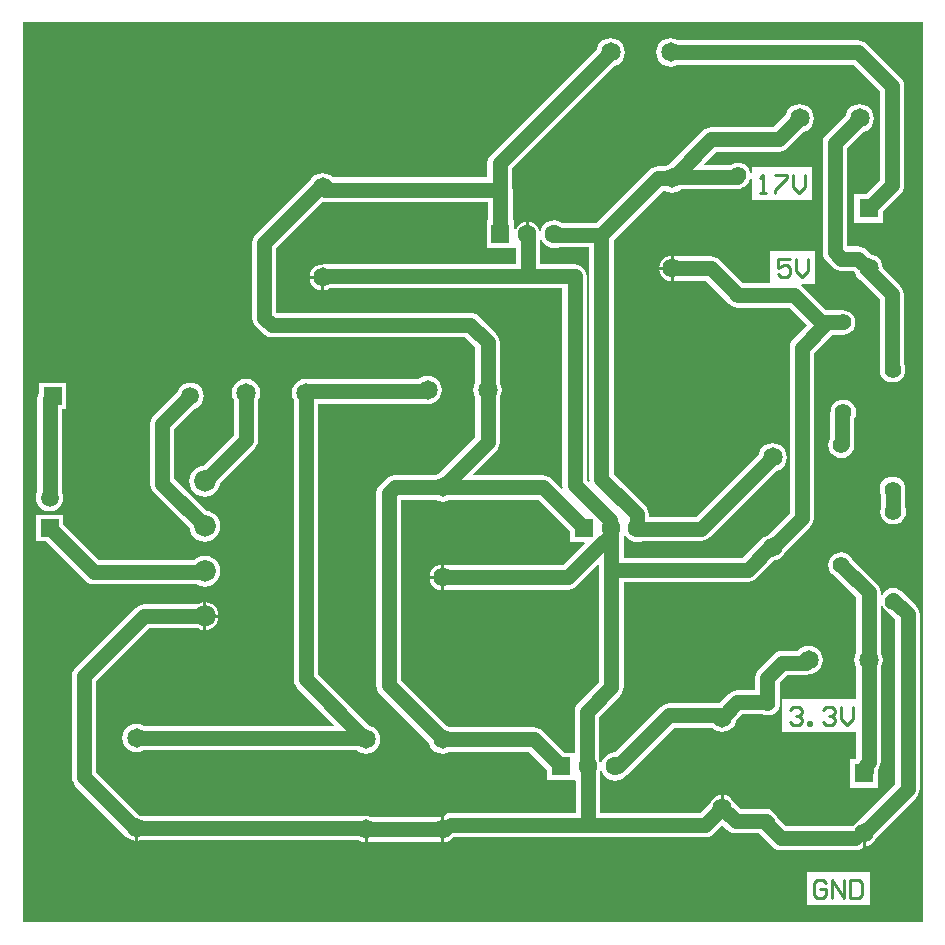
<source format=gbr>
%TF.GenerationSoftware,Altium Limited,Altium Designer,20.1.11 (218)*%
G04 Layer_Physical_Order=2*
G04 Layer_Color=16711680*
%FSLAX26Y26*%
%MOIN*%
%TF.SameCoordinates,1DCD3DB5-9A7A-439C-B071-390915EAFCA4*%
%TF.FilePolarity,Positive*%
%TF.FileFunction,Copper,L2,Bot,Signal*%
%TF.Part,Single*%
G01*
G75*
%TA.AperFunction,ViaPad*%
%ADD10C,0.060000*%
%TA.AperFunction,ComponentPad*%
%ADD11C,0.064961*%
%ADD12C,0.059055*%
%ADD13R,0.059055X0.059055*%
%ADD14R,0.059055X0.059055*%
%ADD15C,0.062992*%
%ADD16R,0.062992X0.062992*%
%ADD17R,0.064961X0.064961*%
%ADD18C,0.055118*%
%ADD19C,0.072047*%
%TA.AperFunction,Conductor*%
%ADD20C,0.010000*%
%ADD21C,0.050000*%
%TA.AperFunction,NonConductor*%
%ADD22C,0.010000*%
G36*
X3000000Y0D02*
X0D01*
Y3000000D01*
X3000000D01*
Y0D01*
D02*
G37*
%LPC*%
G36*
X1960000Y2947890D02*
X1947605Y2946258D01*
X1936055Y2941474D01*
X1926137Y2933863D01*
X1918526Y2923945D01*
X1913742Y2912395D01*
X1913500Y2910557D01*
X1561472Y2558528D01*
X1555060Y2550173D01*
X1551030Y2540442D01*
X1549655Y2530000D01*
X1549655Y2529999D01*
Y2483345D01*
X1034261D01*
X1033863Y2483863D01*
X1023945Y2491474D01*
X1012395Y2496258D01*
X1000000Y2497890D01*
X987605Y2496258D01*
X976055Y2491474D01*
X966137Y2483863D01*
X962861Y2479595D01*
X961472Y2478528D01*
X777472Y2294528D01*
X771060Y2286173D01*
X767029Y2276442D01*
X765655Y2266000D01*
X765655Y2265999D01*
Y2016001D01*
X765655Y2016000D01*
X767029Y2005558D01*
X771060Y1995827D01*
X777472Y1987472D01*
X801471Y1963472D01*
X801472Y1963472D01*
X809827Y1957060D01*
X819558Y1953030D01*
X830000Y1951655D01*
X1475288D01*
X1509655Y1917288D01*
Y1800416D01*
X1508526Y1798945D01*
X1503742Y1787395D01*
X1502110Y1775000D01*
X1503742Y1762605D01*
X1508526Y1751055D01*
X1509655Y1749584D01*
Y1616711D01*
X1389443Y1496500D01*
X1387605Y1496258D01*
X1376055Y1491474D01*
X1374584Y1490345D01*
X1240001D01*
X1240000Y1490345D01*
X1229558Y1488970D01*
X1219827Y1484940D01*
X1211472Y1478528D01*
X1211471Y1478528D01*
X1191472Y1458528D01*
X1185060Y1450173D01*
X1181030Y1440442D01*
X1179655Y1430000D01*
X1179655Y1429999D01*
Y790000D01*
X1179655Y789999D01*
X1181030Y779557D01*
X1185060Y769827D01*
X1191472Y761471D01*
X1353500Y599443D01*
X1353742Y597605D01*
X1358526Y586054D01*
X1366137Y576136D01*
X1376055Y568525D01*
X1387605Y563741D01*
X1400000Y562109D01*
X1412395Y563741D01*
X1423945Y568525D01*
X1425416Y569654D01*
X1688289D01*
X1748504Y509439D01*
Y473504D01*
X1841496D01*
X1844419Y469715D01*
Y364966D01*
X1429494D01*
X1419052Y363592D01*
X1409322Y359561D01*
X1405000Y356245D01*
Y309999D01*
Y267811D01*
X1411090Y268613D01*
X1421423Y272893D01*
X1430297Y279702D01*
X1433807Y284276D01*
X2273620D01*
X2273621Y284276D01*
X2284063Y285651D01*
X2293794Y289681D01*
X2302150Y296093D01*
X2332500Y326443D01*
X2349472Y309472D01*
X2357827Y303060D01*
X2367558Y299029D01*
X2378000Y297655D01*
X2455288D01*
X2500471Y252472D01*
X2500472Y252472D01*
X2508827Y246060D01*
X2518558Y242030D01*
X2529000Y240655D01*
X2774000D01*
X2784442Y242030D01*
X2794173Y246060D01*
X2800000Y250531D01*
Y297000D01*
X2810000D01*
Y254811D01*
X2816090Y255613D01*
X2826423Y259894D01*
X2835297Y266703D01*
X2842106Y275577D01*
X2845269Y283213D01*
X2978528Y416472D01*
X2984940Y424827D01*
X2988970Y434558D01*
X2990345Y445000D01*
X2990345Y445001D01*
Y1026999D01*
X2990345Y1027000D01*
X2988970Y1037442D01*
X2984940Y1047173D01*
X2978528Y1055528D01*
X2978528Y1055529D01*
X2930528Y1103528D01*
X2922173Y1109940D01*
X2912442Y1113970D01*
X2902000Y1115345D01*
X2891558Y1113970D01*
X2881827Y1109940D01*
X2873472Y1103528D01*
X2867060Y1095173D01*
X2865345Y1091033D01*
X2860345Y1092027D01*
Y1100000D01*
X2858970Y1110442D01*
X2854940Y1120173D01*
X2848528Y1128528D01*
X2848528Y1128529D01*
X2767294Y1209763D01*
X2766175Y1212463D01*
X2759353Y1221353D01*
X2750463Y1228175D01*
X2740110Y1232464D01*
X2729000Y1233926D01*
X2717890Y1232464D01*
X2707537Y1228175D01*
X2698647Y1221353D01*
X2691825Y1212463D01*
X2687537Y1202110D01*
X2686074Y1191000D01*
X2687537Y1179890D01*
X2691825Y1169537D01*
X2698647Y1160647D01*
X2707537Y1153825D01*
X2710237Y1152707D01*
X2779655Y1083289D01*
Y900416D01*
X2778526Y898945D01*
X2773742Y887395D01*
X2772110Y875000D01*
X2773742Y862605D01*
X2778526Y851055D01*
X2779655Y849584D01*
Y743981D01*
X2532000D01*
Y634000D01*
X2779655D01*
Y549178D01*
X2777540Y546423D01*
X2776736Y544480D01*
X2757520D01*
Y449520D01*
X2852480D01*
Y501858D01*
X2852825Y504480D01*
Y510841D01*
X2854940Y513597D01*
X2858970Y523328D01*
X2860345Y533770D01*
X2860345Y533770D01*
Y849584D01*
X2861474Y851055D01*
X2866258Y862605D01*
X2867890Y875000D01*
X2866258Y887395D01*
X2861474Y898945D01*
X2860345Y900416D01*
Y1057973D01*
X2865345Y1058967D01*
X2867060Y1054827D01*
X2868186Y1053360D01*
X2869192Y1050930D01*
X2875213Y1043085D01*
X2882287Y1037656D01*
X2909655Y1010288D01*
Y461712D01*
X2781472Y333528D01*
X2779536Y331006D01*
X2774703Y327297D01*
X2770135Y321345D01*
X2545711D01*
X2516297Y350759D01*
X2515808Y351942D01*
X2515185Y352754D01*
X2512940Y358173D01*
X2506528Y366528D01*
X2498173Y372940D01*
X2488442Y376971D01*
X2478000Y378345D01*
X2394712D01*
X2369441Y403616D01*
X2369106Y404423D01*
X2362297Y413297D01*
X2353423Y420106D01*
X2343090Y424387D01*
X2337000Y425189D01*
Y383000D01*
X2327000D01*
Y425189D01*
X2320910Y424387D01*
X2310577Y420106D01*
X2301703Y413297D01*
X2294894Y404423D01*
X2293852Y401909D01*
X2256910Y364966D01*
X1925109D01*
Y504742D01*
X1930109Y505736D01*
X1933914Y496551D01*
X1941367Y486839D01*
X1951079Y479386D01*
X1962390Y474701D01*
X1974528Y473103D01*
X1986666Y474701D01*
X1997977Y479386D01*
X2004431Y484339D01*
X2006173Y485060D01*
X2014528Y491472D01*
X2172712Y649655D01*
X2297739D01*
X2298137Y649137D01*
X2308055Y641526D01*
X2319605Y636742D01*
X2332000Y635110D01*
X2344395Y636742D01*
X2355945Y641526D01*
X2365863Y649137D01*
X2373474Y659055D01*
X2378258Y670605D01*
X2378500Y672443D01*
X2399712Y693655D01*
X2466776D01*
X2471890Y691537D01*
X2483000Y690074D01*
X2494110Y691537D01*
X2504463Y695825D01*
X2513353Y702647D01*
X2520175Y711537D01*
X2524463Y721890D01*
X2525926Y733000D01*
X2524463Y744110D01*
X2523345Y746810D01*
Y799288D01*
X2549711Y825655D01*
X2611000D01*
X2621442Y827029D01*
X2622399Y827426D01*
X2632395Y828742D01*
X2643945Y833526D01*
X2653863Y841137D01*
X2661474Y851055D01*
X2666258Y862605D01*
X2667890Y875000D01*
X2666258Y887395D01*
X2661474Y898945D01*
X2653863Y908863D01*
X2643945Y916474D01*
X2632395Y921258D01*
X2620000Y922890D01*
X2607605Y921258D01*
X2596055Y916474D01*
X2586137Y908863D01*
X2584204Y906345D01*
X2533001D01*
X2533000Y906345D01*
X2522558Y904971D01*
X2512827Y900940D01*
X2504472Y894528D01*
X2504471Y894528D01*
X2454472Y844528D01*
X2448060Y836173D01*
X2444030Y826442D01*
X2442655Y816000D01*
X2442655Y815999D01*
Y774345D01*
X2383001D01*
X2383000Y774345D01*
X2372558Y772971D01*
X2362827Y768940D01*
X2354472Y762528D01*
X2322288Y730345D01*
X2156000D01*
X2145558Y728971D01*
X2135827Y724940D01*
X2127472Y718528D01*
X1975688Y566745D01*
X1974528Y566897D01*
X1962390Y565299D01*
X1951079Y560614D01*
X1941367Y553161D01*
X1933914Y543449D01*
X1929646Y533145D01*
X1926453Y532571D01*
X1924335Y532901D01*
X1921345Y540120D01*
Y686288D01*
X1991528Y756472D01*
X1997940Y764827D01*
X2001970Y774558D01*
X2003345Y785000D01*
Y1135655D01*
X2416999D01*
X2417000Y1135655D01*
X2427442Y1137030D01*
X2437173Y1141060D01*
X2445528Y1147472D01*
X2506000Y1207943D01*
X2511090Y1208613D01*
X2521423Y1212893D01*
X2530297Y1219703D01*
X2537106Y1228577D01*
X2538148Y1231091D01*
X2625528Y1318472D01*
X2631940Y1326827D01*
X2635970Y1336558D01*
X2637345Y1347000D01*
Y1899288D01*
X2697712Y1959655D01*
X2736000D01*
X2746442Y1961030D01*
X2756173Y1965060D01*
X2764528Y1971472D01*
X2770940Y1979827D01*
X2774970Y1989558D01*
X2776345Y2000000D01*
X2774970Y2010442D01*
X2770940Y2020173D01*
X2764528Y2028528D01*
X2756173Y2034940D01*
X2746442Y2038970D01*
X2736000Y2040345D01*
X2681000D01*
X2679861Y2040195D01*
X2601528Y2118528D01*
X2595701Y2123000D01*
X2597398Y2128000D01*
X2641968D01*
Y2237981D01*
X2492000D01*
Y2130345D01*
X2401711D01*
X2323528Y2208528D01*
X2315173Y2214940D01*
X2305442Y2218970D01*
X2295000Y2220345D01*
X2294999Y2220345D01*
X2178604D01*
X2176090Y2221387D01*
X2170000Y2222189D01*
Y2180000D01*
Y2137811D01*
X2176090Y2138613D01*
X2178604Y2139655D01*
X2278288D01*
X2356471Y2061472D01*
X2356472Y2061472D01*
X2364827Y2055060D01*
X2374558Y2051030D01*
X2385000Y2049655D01*
X2556288D01*
X2614943Y1991000D01*
X2568472Y1944528D01*
X2562060Y1936173D01*
X2558030Y1926442D01*
X2556655Y1916000D01*
X2556655Y1915999D01*
Y1363712D01*
X2482119Y1289176D01*
X2480558Y1288970D01*
X2470827Y1284940D01*
X2462472Y1278528D01*
X2400288Y1216345D01*
X2003345D01*
Y1292499D01*
X2008345Y1293494D01*
X2009150Y1291552D01*
X2016602Y1281839D01*
X2026315Y1274386D01*
X2037626Y1269701D01*
X2049764Y1268103D01*
X2061902Y1269701D01*
X2067860Y1272169D01*
X2262513D01*
X2262514Y1272169D01*
X2272956Y1273544D01*
X2282687Y1277574D01*
X2291043Y1283986D01*
X2510557Y1503500D01*
X2512395Y1503742D01*
X2523945Y1508526D01*
X2533863Y1516137D01*
X2541474Y1526055D01*
X2546258Y1537605D01*
X2547890Y1550000D01*
X2546258Y1562395D01*
X2541474Y1573945D01*
X2533863Y1583863D01*
X2523945Y1591474D01*
X2512395Y1596258D01*
X2500000Y1597890D01*
X2487605Y1596258D01*
X2476055Y1591474D01*
X2466137Y1583863D01*
X2458526Y1573945D01*
X2453742Y1562395D01*
X2453500Y1560556D01*
X2245803Y1352859D01*
X2087623D01*
Y1362181D01*
X2086248Y1372623D01*
X2082218Y1382353D01*
X2075806Y1390709D01*
X1970110Y1496406D01*
Y2275288D01*
X2134476Y2439655D01*
X2139584D01*
X2141055Y2438526D01*
X2152605Y2433742D01*
X2165000Y2432110D01*
X2177395Y2433742D01*
X2188945Y2438526D01*
X2196932Y2444655D01*
X2380000D01*
X2390442Y2446030D01*
X2400173Y2450060D01*
X2400624Y2450406D01*
X2406463Y2452825D01*
X2415353Y2459647D01*
X2422175Y2468537D01*
X2426463Y2478890D01*
X2427000Y2482965D01*
X2432000Y2482637D01*
Y2408000D01*
X2631952D01*
Y2517981D01*
X2432000D01*
Y2497363D01*
X2427000Y2497035D01*
X2426463Y2501110D01*
X2422175Y2511463D01*
X2415353Y2520353D01*
X2406463Y2527175D01*
X2396110Y2531463D01*
X2385000Y2532926D01*
X2373890Y2531463D01*
X2363537Y2527175D01*
X2361152Y2525345D01*
X2273935D01*
X2272021Y2529965D01*
X2311712Y2569655D01*
X2519999D01*
X2520000Y2569655D01*
X2530442Y2571030D01*
X2540173Y2575060D01*
X2548528Y2581472D01*
X2600557Y2633500D01*
X2602395Y2633742D01*
X2613945Y2638526D01*
X2623863Y2646137D01*
X2631474Y2656055D01*
X2636258Y2667605D01*
X2637890Y2680000D01*
X2636258Y2692395D01*
X2631474Y2703945D01*
X2623863Y2713863D01*
X2613945Y2721474D01*
X2602395Y2726258D01*
X2590000Y2727890D01*
X2577605Y2726258D01*
X2566055Y2721474D01*
X2556137Y2713863D01*
X2548526Y2703945D01*
X2543742Y2692395D01*
X2543500Y2690557D01*
X2503288Y2650345D01*
X2295001D01*
X2295000Y2650345D01*
X2284558Y2648970D01*
X2274827Y2644940D01*
X2266472Y2638528D01*
X2154443Y2526500D01*
X2152605Y2526258D01*
X2141055Y2521474D01*
X2139584Y2520345D01*
X2117765D01*
X2107322Y2518970D01*
X2097592Y2514940D01*
X2089236Y2508528D01*
X2089236Y2508528D01*
X1913053Y2332345D01*
X1799171D01*
X1796214Y2334615D01*
X1784903Y2339300D01*
X1772765Y2340898D01*
X1760627Y2339300D01*
X1749316Y2334615D01*
X1739604Y2327162D01*
X1732151Y2317449D01*
X1727883Y2307146D01*
X1724690Y2306571D01*
X1722572Y2306901D01*
X1719248Y2314927D01*
X1712596Y2323596D01*
X1703928Y2330247D01*
X1693833Y2334428D01*
X1688001Y2335196D01*
Y2294000D01*
X1678001D01*
Y2335196D01*
X1672168Y2334428D01*
X1662074Y2330247D01*
X1653406Y2323596D01*
X1646754Y2314927D01*
X1644733Y2310048D01*
X1639733Y2311042D01*
Y2340496D01*
X1633582D01*
Y2439763D01*
X1632207Y2450205D01*
X1630345Y2454701D01*
Y2513288D01*
X1970557Y2853500D01*
X1972395Y2853742D01*
X1983945Y2858526D01*
X1993863Y2866137D01*
X2001474Y2876055D01*
X2006258Y2887605D01*
X2007890Y2900000D01*
X2006258Y2912395D01*
X2001474Y2923945D01*
X1993863Y2933863D01*
X1983945Y2941474D01*
X1972395Y2946258D01*
X1960000Y2947890D01*
D02*
G37*
G36*
X2160000D02*
X2147605Y2946258D01*
X2136055Y2941474D01*
X2126137Y2933863D01*
X2118526Y2923945D01*
X2113742Y2912395D01*
X2112110Y2900000D01*
X2113742Y2887605D01*
X2118526Y2876055D01*
X2126137Y2866137D01*
X2136055Y2858526D01*
X2147605Y2853742D01*
X2160000Y2852110D01*
X2172395Y2853742D01*
X2183945Y2858526D01*
X2185416Y2859655D01*
X2769288D01*
X2858655Y2770289D01*
Y2475711D01*
X2810423Y2427480D01*
X2772520D01*
Y2332520D01*
X2867480D01*
Y2370423D01*
X2927528Y2430471D01*
X2927528Y2430472D01*
X2933940Y2438827D01*
X2937970Y2448558D01*
X2939345Y2459000D01*
X2939345Y2459001D01*
Y2787000D01*
X2937970Y2797442D01*
X2933940Y2807173D01*
X2927528Y2815528D01*
X2927528Y2815529D01*
X2814528Y2928528D01*
X2806173Y2934940D01*
X2796442Y2938970D01*
X2786000Y2940345D01*
X2785999Y2940345D01*
X2185416D01*
X2183945Y2941474D01*
X2172395Y2946258D01*
X2160000Y2947890D01*
D02*
G37*
G36*
Y2222189D02*
X2153910Y2221387D01*
X2143577Y2217106D01*
X2134703Y2210297D01*
X2127894Y2201423D01*
X2123613Y2191090D01*
X2122811Y2185000D01*
X2160000D01*
Y2222189D01*
D02*
G37*
G36*
Y2175000D02*
X2122811D01*
X2123613Y2168910D01*
X2127894Y2158577D01*
X2134703Y2149703D01*
X2143577Y2142894D01*
X2153910Y2138613D01*
X2160000Y2137811D01*
Y2175000D01*
D02*
G37*
G36*
X1350000Y1822890D02*
X1337605Y1821258D01*
X1326055Y1816474D01*
X1318068Y1810345D01*
X959599D01*
X957395Y1811258D01*
X945000Y1812890D01*
X932605Y1811258D01*
X921055Y1806474D01*
X911137Y1798863D01*
X903526Y1788945D01*
X898742Y1777395D01*
X897110Y1765000D01*
X898742Y1752605D01*
X903526Y1741055D01*
X904655Y1739584D01*
Y810001D01*
X904655Y810001D01*
X906029Y799558D01*
X910060Y789828D01*
X916472Y781472D01*
X1037979Y659965D01*
X1036066Y655345D01*
X405416D01*
X403945Y656474D01*
X392395Y661258D01*
X380000Y662890D01*
X367605Y661258D01*
X356055Y656474D01*
X346137Y648863D01*
X338526Y638945D01*
X333742Y627395D01*
X332110Y615000D01*
X333742Y602605D01*
X338526Y591055D01*
X346137Y581137D01*
X356055Y573526D01*
X367605Y568742D01*
X380000Y567110D01*
X392395Y568742D01*
X403945Y573526D01*
X405416Y574655D01*
X1113069D01*
X1121055Y568527D01*
X1132605Y563742D01*
X1145000Y562111D01*
X1157395Y563742D01*
X1168945Y568527D01*
X1178863Y576137D01*
X1186474Y586056D01*
X1191258Y597606D01*
X1192890Y610001D01*
X1191258Y622395D01*
X1186474Y633946D01*
X1178863Y643864D01*
X1168945Y651475D01*
X1157395Y656259D01*
X1155557Y656501D01*
X985345Y826712D01*
Y1729655D01*
X1335401D01*
X1337605Y1728742D01*
X1350000Y1727110D01*
X1362395Y1728742D01*
X1373945Y1733526D01*
X1383863Y1741137D01*
X1391474Y1751055D01*
X1396258Y1762605D01*
X1397890Y1775000D01*
X1396258Y1787395D01*
X1391474Y1798945D01*
X1383863Y1808863D01*
X1373945Y1816474D01*
X1362395Y1821258D01*
X1350000Y1822890D01*
D02*
G37*
G36*
X2790000Y2727890D02*
X2777605Y2726258D01*
X2766055Y2721474D01*
X2756137Y2713863D01*
X2748526Y2703945D01*
X2743742Y2692395D01*
X2743500Y2690557D01*
X2678472Y2625528D01*
X2672060Y2617173D01*
X2668030Y2607442D01*
X2666655Y2597000D01*
X2666655Y2596999D01*
Y2235859D01*
X2666655Y2235858D01*
X2668030Y2225416D01*
X2672060Y2215685D01*
X2678472Y2207329D01*
X2701142Y2184659D01*
X2701142Y2184659D01*
X2709498Y2178247D01*
X2719229Y2174217D01*
X2729671Y2172842D01*
X2729672Y2172842D01*
X2769328D01*
X2773617Y2168553D01*
X2773742Y2167605D01*
X2778526Y2156055D01*
X2786137Y2146137D01*
X2793314Y2140630D01*
X2856655Y2077289D01*
Y1850128D01*
X2857334Y1844973D01*
X2857074Y1843000D01*
X2858537Y1831890D01*
X2862825Y1821537D01*
X2869647Y1812647D01*
X2878537Y1805825D01*
X2888890Y1801536D01*
X2900000Y1800074D01*
X2911110Y1801536D01*
X2921463Y1805825D01*
X2930353Y1812647D01*
X2937175Y1821537D01*
X2941463Y1831890D01*
X2942926Y1843000D01*
X2941463Y1854110D01*
X2937345Y1864053D01*
Y2094000D01*
X2935970Y2104442D01*
X2931940Y2114173D01*
X2925528Y2122528D01*
X2925528Y2122529D01*
X2867865Y2180192D01*
X2866258Y2192395D01*
X2861474Y2203945D01*
X2853863Y2213863D01*
X2843945Y2221474D01*
X2832395Y2226258D01*
X2829666Y2226617D01*
X2814568Y2241715D01*
X2806213Y2248127D01*
X2796482Y2252158D01*
X2786040Y2253532D01*
X2786039Y2253532D01*
X2747345D01*
Y2580288D01*
X2800557Y2633500D01*
X2802395Y2633742D01*
X2813945Y2638526D01*
X2823863Y2646137D01*
X2831474Y2656055D01*
X2836258Y2667605D01*
X2837890Y2680000D01*
X2836258Y2692395D01*
X2831474Y2703945D01*
X2823863Y2713863D01*
X2813945Y2721474D01*
X2802395Y2726258D01*
X2790000Y2727890D01*
D02*
G37*
G36*
X2736000Y1742926D02*
X2724890Y1741464D01*
X2714537Y1737175D01*
X2705647Y1730353D01*
X2698825Y1721463D01*
X2694537Y1711110D01*
X2694201Y1708564D01*
X2693530Y1706942D01*
X2692155Y1696500D01*
Y1612893D01*
X2691825Y1612463D01*
X2687537Y1602110D01*
X2686074Y1591000D01*
X2687537Y1579890D01*
X2691825Y1569537D01*
X2698647Y1560647D01*
X2707537Y1553825D01*
X2717890Y1549536D01*
X2729000Y1548074D01*
X2740110Y1549536D01*
X2750463Y1553825D01*
X2759353Y1560647D01*
X2766175Y1569537D01*
X2770463Y1579890D01*
X2770799Y1582436D01*
X2771470Y1584058D01*
X2772845Y1594500D01*
Y1678107D01*
X2773175Y1678537D01*
X2777463Y1688890D01*
X2778926Y1700000D01*
X2777463Y1711110D01*
X2773175Y1721463D01*
X2766353Y1730353D01*
X2757463Y1737175D01*
X2747110Y1741464D01*
X2736000Y1742926D01*
D02*
G37*
G36*
X745000Y1812890D02*
X732605Y1811258D01*
X721055Y1806474D01*
X711137Y1798863D01*
X703526Y1788945D01*
X698742Y1777395D01*
X697110Y1765000D01*
X698742Y1752605D01*
X703526Y1741055D01*
X704655Y1739584D01*
Y1625405D01*
X600866Y1521616D01*
X593987Y1520710D01*
X581575Y1515569D01*
X570917Y1507390D01*
X562738Y1496732D01*
X557597Y1484320D01*
X555843Y1471000D01*
X557597Y1457680D01*
X562738Y1445268D01*
X570917Y1434610D01*
X581575Y1426431D01*
X593987Y1421290D01*
X607307Y1419536D01*
X620627Y1421290D01*
X633039Y1426431D01*
X643697Y1434610D01*
X651876Y1445268D01*
X657017Y1457680D01*
X657923Y1464559D01*
X773528Y1580165D01*
X779940Y1588520D01*
X783971Y1598251D01*
X785345Y1608693D01*
Y1739584D01*
X786474Y1741055D01*
X791258Y1752605D01*
X792890Y1765000D01*
X791258Y1777395D01*
X786474Y1788945D01*
X778863Y1798863D01*
X768945Y1806474D01*
X757395Y1811258D01*
X745000Y1812890D01*
D02*
G37*
G36*
X145197Y1799527D02*
X56142D01*
Y1765913D01*
X55060Y1764503D01*
X51029Y1754772D01*
X49655Y1744330D01*
Y1433954D01*
X46619Y1426624D01*
X45088Y1415000D01*
X46619Y1403376D01*
X51105Y1392544D01*
X58243Y1383243D01*
X67544Y1376105D01*
X78376Y1371619D01*
X90000Y1370088D01*
X101624Y1371619D01*
X112456Y1376105D01*
X121757Y1383243D01*
X128895Y1392544D01*
X133381Y1403376D01*
X134912Y1415000D01*
X133381Y1426624D01*
X130345Y1433954D01*
Y1710473D01*
X145197D01*
Y1799527D01*
D02*
G37*
G36*
X2900000Y1485926D02*
X2888890Y1484464D01*
X2878537Y1480175D01*
X2869647Y1473353D01*
X2862825Y1464463D01*
X2858537Y1454110D01*
X2857074Y1443000D01*
X2858537Y1431890D01*
X2860655Y1426776D01*
Y1381268D01*
X2860537Y1380982D01*
X2859074Y1369872D01*
X2860537Y1358762D01*
X2864825Y1348409D01*
X2871647Y1339519D01*
X2880537Y1332697D01*
X2890890Y1328409D01*
X2902000Y1326946D01*
X2913110Y1328409D01*
X2923463Y1332697D01*
X2932353Y1339519D01*
X2939175Y1348409D01*
X2943463Y1358762D01*
X2944926Y1369872D01*
X2943463Y1380982D01*
X2941345Y1386096D01*
Y1431604D01*
X2941463Y1431890D01*
X2942926Y1443000D01*
X2941463Y1454110D01*
X2937175Y1464463D01*
X2930353Y1473353D01*
X2921463Y1480175D01*
X2911110Y1484464D01*
X2900000Y1485926D01*
D02*
G37*
G36*
X559330Y1799912D02*
X547706Y1798381D01*
X536874Y1793895D01*
X527573Y1786757D01*
X520435Y1777456D01*
X517399Y1770126D01*
X437472Y1690198D01*
X431060Y1681843D01*
X427029Y1672112D01*
X425655Y1661670D01*
X425655Y1661669D01*
Y1462308D01*
X425655Y1462307D01*
X427029Y1451865D01*
X431060Y1442134D01*
X437472Y1433779D01*
X556691Y1314559D01*
X557597Y1307680D01*
X562738Y1295268D01*
X570917Y1284610D01*
X581575Y1276431D01*
X593987Y1271290D01*
X607307Y1269536D01*
X620627Y1271290D01*
X633039Y1276431D01*
X643697Y1284610D01*
X651876Y1295268D01*
X657017Y1307680D01*
X658771Y1321000D01*
X657017Y1334320D01*
X651876Y1346732D01*
X643697Y1357390D01*
X633039Y1365569D01*
X620627Y1370710D01*
X613748Y1371616D01*
X506345Y1479019D01*
Y1644958D01*
X574456Y1713069D01*
X581786Y1716105D01*
X591087Y1723243D01*
X598225Y1732544D01*
X602711Y1743376D01*
X604242Y1755000D01*
X602711Y1766624D01*
X598225Y1777456D01*
X591087Y1786757D01*
X581786Y1793895D01*
X570954Y1798381D01*
X559330Y1799912D01*
D02*
G37*
G36*
X134528Y1359527D02*
X45472D01*
Y1270473D01*
X77471D01*
X209472Y1138472D01*
X217827Y1132060D01*
X227558Y1128030D01*
X238000Y1126655D01*
X581283D01*
X581575Y1126431D01*
X593987Y1121290D01*
X607307Y1119536D01*
X620627Y1121290D01*
X633039Y1126431D01*
X643697Y1134610D01*
X651876Y1145268D01*
X657017Y1157680D01*
X658771Y1171000D01*
X657017Y1184320D01*
X651876Y1196732D01*
X643697Y1207390D01*
X633039Y1215569D01*
X620627Y1220710D01*
X607307Y1222464D01*
X593987Y1220710D01*
X581575Y1215569D01*
X570917Y1207390D01*
X570882Y1207345D01*
X254712D01*
X134528Y1327529D01*
Y1359527D01*
D02*
G37*
G36*
X612307Y1066763D02*
Y1026000D01*
X653069D01*
X652146Y1033015D01*
X647509Y1044210D01*
X640131Y1053824D01*
X630517Y1061201D01*
X619322Y1065839D01*
X612307Y1066763D01*
D02*
G37*
G36*
X653069Y1016000D02*
X612307D01*
Y975237D01*
X619322Y976161D01*
X630517Y980798D01*
X640131Y988176D01*
X647509Y997790D01*
X652146Y1008985D01*
X653069Y1016000D01*
D02*
G37*
G36*
X602307Y1066763D02*
X595292Y1065839D01*
X584443Y1061345D01*
X406000D01*
X395558Y1059970D01*
X385827Y1055940D01*
X377472Y1049528D01*
X377471Y1049528D01*
X176472Y848528D01*
X170060Y840173D01*
X166030Y830442D01*
X164655Y820000D01*
X164655Y819999D01*
Y485001D01*
X164655Y485000D01*
X166030Y474558D01*
X170060Y464827D01*
X176472Y456472D01*
X346472Y286472D01*
X354827Y280060D01*
X356839Y279227D01*
X358577Y277894D01*
X368910Y273613D01*
X375000Y272811D01*
Y315000D01*
X385000D01*
Y272811D01*
X391090Y273613D01*
X393604Y274655D01*
X1121282D01*
X1123577Y272894D01*
X1133910Y268614D01*
X1140000Y267812D01*
Y310001D01*
X1150000D01*
Y267812D01*
X1156090Y268614D01*
X1158603Y269655D01*
X1386394D01*
X1388910Y268613D01*
X1395000Y267811D01*
Y309999D01*
Y352188D01*
X1388910Y351386D01*
X1386397Y350345D01*
X1159195D01*
X1150443Y353971D01*
X1140001Y355345D01*
X393604D01*
X391090Y356387D01*
X390606Y356450D01*
X245345Y501712D01*
Y803288D01*
X422712Y980655D01*
X584443D01*
X595292Y976161D01*
X602307Y975237D01*
Y1021000D01*
Y1066763D01*
D02*
G37*
G36*
X2823948Y167981D02*
X2614000D01*
Y58000D01*
X2823948D01*
Y167981D01*
D02*
G37*
%LPD*%
G36*
X1007000Y2402655D02*
X1552892D01*
Y2340496D01*
X1546741D01*
Y2247504D01*
X1639733D01*
Y2247504D01*
X1644655Y2247316D01*
Y2194345D01*
X1004000D01*
X993558Y2192970D01*
X990119Y2191546D01*
X988910Y2191387D01*
X978577Y2187106D01*
X969703Y2180297D01*
X962894Y2171423D01*
X958613Y2161090D01*
X957811Y2155000D01*
X1000000D01*
Y2150000D01*
X1005000D01*
Y2107811D01*
X1011090Y2108613D01*
X1021423Y2112894D01*
X1022415Y2113655D01*
X1799655D01*
Y1458001D01*
X1799655Y1458000D01*
X1800912Y1448452D01*
X1798824Y1446757D01*
X1796411Y1445882D01*
X1763765Y1478528D01*
X1755409Y1484940D01*
X1745678Y1488970D01*
X1735236Y1490345D01*
X1735236Y1490345D01*
X1503935D01*
X1502021Y1494965D01*
X1578528Y1571471D01*
X1578528Y1571472D01*
X1584940Y1579827D01*
X1588970Y1589558D01*
X1590345Y1600000D01*
Y1749584D01*
X1591474Y1751055D01*
X1596258Y1762605D01*
X1597890Y1775000D01*
X1596258Y1787395D01*
X1591474Y1798945D01*
X1590345Y1800416D01*
Y1933999D01*
X1590345Y1934000D01*
X1588970Y1944442D01*
X1584940Y1954173D01*
X1578528Y1962528D01*
X1520528Y2020528D01*
X1512173Y2026940D01*
X1502442Y2030970D01*
X1492000Y2032345D01*
X1491999Y2032345D01*
X846712D01*
X846345Y2032712D01*
Y2249288D01*
X999264Y2402207D01*
X1000000Y2402110D01*
X1005569Y2402843D01*
X1007000Y2402655D01*
D02*
G37*
G36*
X1732151Y2270552D02*
X1739604Y2260839D01*
X1749316Y2253386D01*
X1760627Y2248701D01*
X1772765Y2247103D01*
X1784903Y2248701D01*
X1792034Y2251655D01*
X1889419D01*
Y1479695D01*
X1889419Y1479694D01*
X1890478Y1471650D01*
X1885743Y1469314D01*
X1880346Y1474711D01*
Y2154000D01*
X1878971Y2164442D01*
X1874941Y2174173D01*
X1868529Y2182528D01*
X1860173Y2188940D01*
X1850443Y2192970D01*
X1840001Y2194345D01*
X1725345D01*
Y2273916D01*
X1730345Y2274910D01*
X1732151Y2270552D01*
D02*
G37*
G36*
X1823740Y1304439D02*
Y1268504D01*
X1871915D01*
X1873828Y1263885D01*
X1800288Y1190345D01*
X1413604D01*
X1411090Y1191387D01*
X1405000Y1192189D01*
Y1150000D01*
Y1107811D01*
X1411090Y1108613D01*
X1413604Y1109655D01*
X1816999D01*
X1817000Y1109655D01*
X1827442Y1111030D01*
X1837173Y1115060D01*
X1845528Y1121472D01*
X1918035Y1193979D01*
X1922655Y1192065D01*
Y1181858D01*
Y801712D01*
X1852472Y731528D01*
X1846060Y723173D01*
X1842030Y713442D01*
X1840655Y703000D01*
X1840655Y702999D01*
Y566496D01*
X1805561D01*
X1733529Y638528D01*
X1725173Y644939D01*
X1715443Y648970D01*
X1705001Y650345D01*
X1705000Y650345D01*
X1425416D01*
X1423945Y651473D01*
X1412395Y656258D01*
X1410556Y656500D01*
X1260345Y806711D01*
Y1409655D01*
X1374584D01*
X1376055Y1408526D01*
X1387605Y1403742D01*
X1400000Y1402110D01*
X1412395Y1403742D01*
X1423945Y1408526D01*
X1425416Y1409655D01*
X1718525D01*
X1823740Y1304439D01*
D02*
G37*
%LPC*%
G36*
X995000Y2145000D02*
X957811D01*
X958613Y2138910D01*
X962894Y2128577D01*
X969703Y2119703D01*
X978577Y2112894D01*
X988910Y2108613D01*
X995000Y2107811D01*
Y2145000D01*
D02*
G37*
G36*
X1395000Y1192189D02*
X1388910Y1191387D01*
X1378577Y1187107D01*
X1369703Y1180297D01*
X1362893Y1171423D01*
X1358613Y1161090D01*
X1357811Y1155000D01*
X1395000D01*
Y1192189D01*
D02*
G37*
G36*
Y1145000D02*
X1357811D01*
X1358613Y1138910D01*
X1362893Y1128577D01*
X1369703Y1119703D01*
X1378577Y1112893D01*
X1388910Y1108613D01*
X1395000Y1107811D01*
Y1145000D01*
D02*
G37*
%LPD*%
D10*
X180000Y225000D02*
D03*
X2194000Y1772000D02*
D03*
X331000Y2648000D02*
D03*
D11*
X1145000Y310001D02*
D03*
Y610001D02*
D03*
X1400000Y309999D02*
D03*
Y609999D02*
D03*
X2805000Y297000D02*
D03*
X1960000Y2900000D02*
D03*
X2160000D02*
D03*
X2500000Y1250000D02*
D03*
Y1550000D02*
D03*
X1000000Y2150000D02*
D03*
Y2450000D02*
D03*
X2165000Y2180000D02*
D03*
Y2480000D02*
D03*
X2332000Y383000D02*
D03*
Y683000D02*
D03*
X2820000Y2180000D02*
D03*
X380000Y615000D02*
D03*
Y315000D02*
D03*
X745000Y1765000D02*
D03*
X945000D02*
D03*
X1550000Y1775000D02*
D03*
X1350000D02*
D03*
X2820000Y875000D02*
D03*
X2620000D02*
D03*
X2790000Y2680000D02*
D03*
X2590000D02*
D03*
X1400000Y1150000D02*
D03*
Y1450000D02*
D03*
D12*
X559330Y1755000D02*
D03*
X90000Y1415000D02*
D03*
D13*
X100670Y1755000D02*
D03*
D14*
X90000Y1315000D02*
D03*
D15*
X1772765Y2294000D02*
D03*
X1683001D02*
D03*
X2049764Y1315000D02*
D03*
X1960000D02*
D03*
X1974528Y520000D02*
D03*
X1884764D02*
D03*
D16*
X1593237Y2294000D02*
D03*
X1870236Y1315000D02*
D03*
X1795000Y520000D02*
D03*
D17*
X2805000Y497000D02*
D03*
X2820000Y2380000D02*
D03*
D18*
X2900000Y1843000D02*
D03*
Y1443000D02*
D03*
X2902000Y1069872D02*
D03*
Y1369872D02*
D03*
X2385000Y2490000D02*
D03*
Y2090000D02*
D03*
X2483000Y333000D02*
D03*
Y733000D02*
D03*
X2729000Y1591000D02*
D03*
Y1191000D02*
D03*
X2736000Y1700000D02*
D03*
Y2000000D02*
D03*
D19*
X607307Y1021000D02*
D03*
Y1171000D02*
D03*
Y1321000D02*
D03*
Y1471000D02*
D03*
D20*
X2900000Y1443000D02*
X2901000Y1442000D01*
X2895000Y1848128D02*
X2897000Y1850128D01*
X2774000Y281000D02*
X2798000Y305000D01*
X2810000D01*
X375000Y315000D02*
X380000D01*
X90000Y1744330D02*
X100670Y1755000D01*
X603307Y1167000D02*
X607307Y1171000D01*
X2901000Y1370872D02*
X2902000Y1369872D01*
X2820000Y2171000D02*
Y2180000D01*
X2819227D02*
X2820000D01*
X2672000Y1991000D02*
X2681000Y2000000D01*
X2729000Y1591000D02*
X2732500Y1594500D01*
Y1696500D02*
X2736000Y1700000D01*
X2612874Y882126D02*
X2620000Y875000D01*
X1400000Y309999D02*
X1414872D01*
X1429494Y324621D01*
X1140001Y315000D02*
X1145001Y310000D01*
X1140001Y615000D02*
X1145000Y610001D01*
X1772765Y2294000D02*
X1774765Y2292000D01*
X1590000Y2443000D02*
X1593237Y2439763D01*
X990000Y2450000D02*
X1000000D01*
X1881000Y523764D02*
X1884764Y520000D01*
X2491000Y1250000D02*
X2500000D01*
X1963000Y1181858D02*
X1968858Y1176000D01*
X1960000Y1315000D02*
X1963000Y1312000D01*
X2325000Y690000D02*
X2332000Y683000D01*
X1974528Y520000D02*
X1986000D01*
X2478000Y338000D02*
X2483000Y333000D01*
X2332000Y383000D02*
X2333000D01*
X2483000Y327000D02*
Y333000D01*
X2482000Y734000D02*
X2483000Y733000D01*
X2611000Y866000D02*
X2620000Y875000D01*
X1000000Y2150000D02*
X1004000Y2154000D01*
X1000000Y2450000D02*
X1007000Y2443000D01*
X1399999Y310000D02*
X1400000Y309999D01*
X945000Y1765000D02*
X950000Y1770000D01*
X1345000D02*
X1350000Y1775000D01*
X2165000Y2480000D02*
X2170000Y2485000D01*
X2380000D02*
X2385000Y2490000D01*
D21*
X1400000Y1150000D02*
X1817000D01*
X1915504Y1248504D01*
X1916230D01*
X1957514Y1312514D02*
X1960000Y1315000D01*
X1957514Y1289789D02*
Y1312514D01*
X1916230Y1248504D02*
X1957514Y1289789D01*
X1963000Y1181858D02*
Y1312000D01*
X1957514Y1317486D02*
X1960000Y1315000D01*
X1840001Y1458000D02*
Y2154000D01*
X1957514Y1317486D02*
Y1340486D01*
X1840001Y1458000D02*
X1957514Y1340486D01*
X1929765Y1479694D02*
X2047278Y1362181D01*
X1929765Y1479694D02*
Y2292000D01*
X2047278Y1317486D02*
Y1362181D01*
Y1317486D02*
X2052250Y1312514D01*
X2902000Y1075000D02*
X2950000Y1027000D01*
X2052250Y1312514D02*
X2262514D01*
X2500000Y1550000D01*
X2805000Y497000D02*
X2812480Y504480D01*
Y526250D01*
X2820000Y533770D01*
Y875000D01*
Y1100000D01*
X90000Y1415000D02*
Y1744330D01*
X238000Y1167000D02*
X603307D01*
X90000Y1315000D02*
X238000Y1167000D01*
X2901000Y1370872D02*
Y1442000D01*
X2897000Y1850128D02*
Y2094000D01*
X2820000Y2171000D02*
X2897000Y2094000D01*
X2707000Y2235858D02*
Y2597000D01*
X2786040Y2213187D02*
X2819227Y2180000D01*
X2729671Y2213187D02*
X2786040D01*
X2707000Y2235858D02*
X2729671Y2213187D01*
X2707000Y2597000D02*
X2790000Y2680000D01*
X2681000Y2000000D02*
X2736000D01*
X2732500Y1594500D02*
Y1696500D01*
X2950000Y445000D02*
Y1027000D01*
X2729000Y1191000D02*
X2820000Y1100000D01*
X1590000Y2530000D02*
X1960000Y2900000D01*
X1590000Y2443000D02*
Y2530000D01*
X1929765Y2292000D02*
X2117765Y2480000D01*
X2165000D01*
X466000Y1661670D02*
X559330Y1755000D01*
X466000Y1462307D02*
X607307Y1321000D01*
X466000Y1462307D02*
Y1661670D01*
X1429494Y324621D02*
X1884764D01*
X380000Y315000D02*
X1140001D01*
X380000Y615000D02*
X1140001D01*
X205000Y485000D02*
Y820000D01*
X406000Y1021000D02*
X607307D01*
X205000Y820000D02*
X406000Y1021000D01*
X607307Y1471000D02*
X745000Y1608693D01*
Y1765000D01*
X1774765Y2292000D02*
X1929765D01*
X1593237Y2294000D02*
Y2439763D01*
X1007000Y2443000D02*
X1590000D01*
X1685000Y2154000D02*
X1840001D01*
X1004000D02*
X1685000D01*
Y2292001D01*
X806000Y2266000D02*
X990000Y2450000D01*
X2500000Y1250000D02*
X2597000Y1347000D01*
Y1916000D02*
X2672000Y1991000D01*
X2597000Y1347000D02*
Y1916000D01*
X2573000Y2090000D02*
X2672000Y1991000D01*
X1881000Y523764D02*
Y703000D01*
X1963000Y785000D01*
Y1181858D01*
X2417000Y1176000D02*
X2491000Y1250000D01*
X1968858Y1176000D02*
X2417000D01*
X2273621Y324621D02*
X2332000Y383000D01*
X1884764Y324621D02*
X2273621D01*
X1884764D02*
Y520000D01*
X2156000Y690000D02*
X2325000D01*
X1986000Y520000D02*
X2156000Y690000D01*
X2378000Y338000D02*
X2478000D01*
X2333000Y383000D02*
X2378000Y338000D01*
X2529000Y281000D02*
X2774000D01*
X2483000Y327000D02*
X2529000Y281000D01*
X2383000Y734000D02*
X2482000D01*
X2332000Y683000D02*
X2383000Y734000D01*
X2483000Y733000D02*
Y816000D01*
X2533000Y866000D01*
X2611000D01*
X806000Y2016000D02*
Y2266000D01*
X830000Y1992000D02*
X1492000D01*
X806000Y2016000D02*
X830000Y1992000D01*
X1550000Y1775000D02*
Y1934000D01*
X1492000Y1992000D02*
X1550000Y1934000D01*
X1705001Y609999D02*
X1795000Y520000D01*
X1400000Y609999D02*
X1705001D01*
X1145001Y310000D02*
X1399999D01*
X1220000Y789999D02*
X1400000Y609999D01*
X1220000Y789999D02*
Y1430000D01*
X1240000Y1450000D02*
X1400000D01*
X1220000Y1430000D02*
X1240000Y1450000D01*
X1400000D02*
X1735236D01*
X1870236Y1315000D01*
X1550000Y1600000D02*
Y1775000D01*
X1400000Y1450000D02*
X1550000Y1600000D01*
X2786000Y2900000D02*
X2899000Y2787000D01*
Y2459000D02*
Y2787000D01*
X2820000Y2380000D02*
X2899000Y2459000D01*
X2160000Y2900000D02*
X2786000D01*
X205000Y485000D02*
X375000Y315000D01*
X2810000Y305000D02*
X2950000Y445000D01*
X2385000Y2090000D02*
X2573000D01*
X950000Y1770000D02*
X1345000D01*
X945000Y810001D02*
X1142500Y612500D01*
X945000Y810001D02*
Y1765000D01*
X2170000Y2485000D02*
X2295000Y2610000D01*
X2170000Y2485000D02*
X2380000D01*
X2165000Y2180000D02*
X2295000D01*
X2385000Y2090000D01*
X2295000Y2610000D02*
X2520000D01*
X2590000Y2680000D01*
D22*
X2556987Y2212981D02*
X2517000D01*
Y2182990D01*
X2536994Y2192987D01*
X2546990D01*
X2556987Y2182990D01*
Y2162997D01*
X2546990Y2153000D01*
X2526997D01*
X2517000Y2162997D01*
X2576981Y2212981D02*
Y2172994D01*
X2596974Y2153000D01*
X2616968Y2172994D01*
Y2212981D01*
X2457000Y2433000D02*
X2476994D01*
X2466997D01*
Y2492981D01*
X2457000Y2482984D01*
X2506984Y2492981D02*
X2546971D01*
Y2482984D01*
X2506984Y2442997D01*
Y2433000D01*
X2566964Y2492981D02*
Y2452994D01*
X2586958Y2433000D01*
X2606952Y2452994D01*
Y2492981D01*
X2557000Y708984D02*
X2566997Y718981D01*
X2586990D01*
X2596987Y708984D01*
Y698987D01*
X2586990Y688990D01*
X2576994D01*
X2586990D01*
X2596987Y678994D01*
Y668997D01*
X2586990Y659000D01*
X2566997D01*
X2557000Y668997D01*
X2616981Y659000D02*
Y668997D01*
X2626977D01*
Y659000D01*
X2616981D01*
X2666964Y708984D02*
X2676961Y718981D01*
X2696955D01*
X2706952Y708984D01*
Y698987D01*
X2696955Y688990D01*
X2686958D01*
X2696955D01*
X2706952Y678994D01*
Y668997D01*
X2696955Y659000D01*
X2676961D01*
X2666964Y668997D01*
X2726945Y718981D02*
Y678994D01*
X2746939Y659000D01*
X2766932Y678994D01*
Y718981D01*
X2678987Y132984D02*
X2668990Y142981D01*
X2648997D01*
X2639000Y132984D01*
Y92997D01*
X2648997Y83000D01*
X2668990D01*
X2678987Y92997D01*
Y112990D01*
X2658994D01*
X2698981Y83000D02*
Y142981D01*
X2738968Y83000D01*
Y142981D01*
X2758961D02*
Y83000D01*
X2788952D01*
X2798948Y92997D01*
Y132984D01*
X2788952Y142981D01*
X2758961D01*
%TF.MD5,46aebb5d496759c79d1356150c81a53e*%
M02*

</source>
